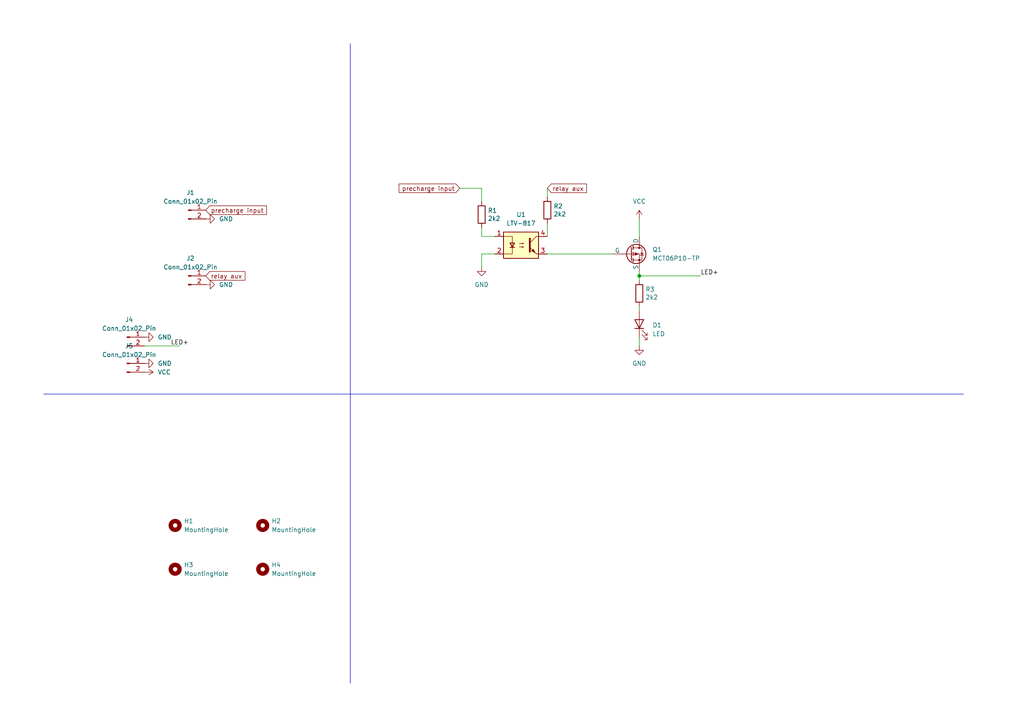
<source format=kicad_sch>
(kicad_sch (version 20231120) (generator "eeschema") (generator_version "8.0")
  (paper "A4")
  (lib_symbols
    (symbol "Connector:Conn_01x02_Pin" (pin_names (offset 1.016) hide)
      (property "Reference" "J" (at 0 2.54 0))
      (property "Value" "Conn_01x02_Pin" (at 0 -5.08 0))
      (symbol "Conn_01x02_Pin_1_1"
        (polyline (pts (xy 1.27 -2.54) (xy 0.8636 -2.54)) (stroke (width 0.1524)))
        (polyline (pts (xy 1.27 0) (xy 0.8636 0)) (stroke (width 0.1524)))
        (rectangle (start 0.8636 -2.413) (end 0 -2.667) (stroke (width 0.1524)) (fill (type outline)))
        (rectangle (start 0.8636 0.127) (end 0 -0.127) (stroke (width 0.1524)) (fill (type outline)))
        (pin passive line (at 5.08 0 180) (length 3.81) (name "Pin_1") (number "1"))
        (pin passive line (at 5.08 -2.54 180) (length 3.81) (name "Pin_2") (number "2"))
      )
    )
    (symbol "Device:LED" (pin_numbers hide) (pin_names (offset 1.016) hide)
      (property "Reference" "D" (at 0 2.54 0))
      (property "Value" "LED" (at 0 -2.54 0))
      (symbol "LED_0_1"
        (polyline (pts (xy -1.27 -1.27) (xy -1.27 1.27)) (stroke (width 0.254)))
        (polyline (pts (xy -1.27 0) (xy 1.27 0)))
        (polyline (pts (xy 1.27 -1.27) (xy 1.27 1.27) (xy -1.27 0) (xy 1.27 -1.27)) (stroke (width 0.254)))
        (polyline (pts (xy -3.048 -0.762) (xy -4.572 -2.286) (xy -3.81 -2.286) (xy -4.572 -2.286) (xy -4.572 -1.524)))
        (polyline (pts (xy -1.778 -0.762) (xy -3.302 -2.286) (xy -2.54 -2.286) (xy -3.302 -2.286) (xy -3.302 -1.524)))
      )
      (symbol "LED_1_1"
        (pin passive line (at -3.81 0 0) (length 2.54) (name "K") (number "1"))
        (pin passive line (at 3.81 0 180) (length 2.54) (name "A") (number "2"))
      )
    )
    (symbol "Device:R" (pin_numbers hide) (pin_names (offset 0))
      (property "Reference" "R" (at 2.032 0 90))
      (property "Value" "R" (at 0 0 90))
      (symbol "R_0_1"
        (rectangle (start -1.016 -2.54) (end 1.016 2.54) (stroke (width 0.254)))
      )
      (symbol "R_1_1"
        (pin passive line (at 0 3.81 270) (length 1.27) (name "~") (number "1"))
        (pin passive line (at 0 -3.81 90) (length 1.27) (name "~") (number "2"))
      )
    )
    (symbol "Isolator:LTV-817" (pin_names (offset 1.016))
      (property "Reference" "U" (at -5.08 5.08 0))
      (property "Value" "LTV-817" (at 0 5.08 0))
      (symbol "LTV-817_0_1"
        (rectangle (start -5.08 3.81) (end 5.08 -3.81) (stroke (width 0.254)) (fill (type background)))
        (polyline (pts (xy -3.175 -0.635) (xy -1.905 -0.635)) (stroke (width 0.254)))
        (polyline (pts (xy 2.54 0.635) (xy 4.445 2.54)))
        (polyline (pts (xy 4.445 -2.54) (xy 2.54 -0.635)) (fill (type outline)))
        (polyline (pts (xy 4.445 -2.54) (xy 5.08 -2.54)))
        (polyline (pts (xy 4.445 2.54) (xy 5.08 2.54)))
        (polyline (pts (xy -5.08 2.54) (xy -2.54 2.54) (xy -2.54 -0.762)))
        (polyline (pts (xy -2.54 -0.635) (xy -2.54 -2.54) (xy -5.08 -2.54)))
        (polyline (pts (xy 2.54 1.905) (xy 2.54 -1.905) (xy 2.54 -1.905)) (stroke (width 0.508)))
        (polyline (pts (xy -2.54 -0.635) (xy -3.175 0.635) (xy -1.905 0.635) (xy -2.54 -0.635)) (stroke (width 0.254)))
        (polyline (pts (xy -0.508 -0.508) (xy 0.762 -0.508) (xy 0.381 -0.635) (xy 0.381 -0.381) (xy 0.762 -0.508)))
        (polyline (pts (xy -0.508 0.508) (xy 0.762 0.508) (xy 0.381 0.381) (xy 0.381 0.635) (xy 0.762 0.508)))
        (polyline (pts (xy 3.048 -1.651) (xy 3.556 -1.143) (xy 4.064 -2.159) (xy 3.048 -1.651) (xy 3.048 -1.651)) (fill (type outline)))
      )
      (symbol "LTV-817_1_1"
        (pin passive line (at -7.62 2.54 0) (length 2.54) (name "~") (number "1"))
        (pin passive line (at -7.62 -2.54 0) (length 2.54) (name "~") (number "2"))
        (pin passive line (at 7.62 -2.54 180) (length 2.54) (name "~") (number "3"))
        (pin passive line (at 7.62 2.54 180) (length 2.54) (name "~") (number "4"))
      )
    )
    (symbol "Mechanical:MountingHole" (pin_names (offset 1.016)) (exclude_from_sim yes) (in_bom no)
      (property "Reference" "H" (at 0 5.08 0))
      (property "Value" "MountingHole" (at 0 3.175 0))
      (symbol "MountingHole_0_1"
        (circle (center 0 0) (radius 1.27) (stroke (width 1.27)))
      )
    )
    (symbol "Simulation_SPICE:PMOS" (pin_numbers hide) (pin_names (offset 0))
      (property "Reference" "Q" (at 5.08 1.27 0))
      (property "Value" "PMOS" (at 5.08 -1.27 0))
      (symbol "PMOS_0_1"
        (polyline (pts (xy 0.254 0) (xy -2.54 0)))
        (polyline (pts (xy 0.254 1.905) (xy 0.254 -1.905)) (stroke (width 0.254)))
        (polyline (pts (xy 0.762 -1.27) (xy 0.762 -2.286)) (stroke (width 0.254)))
        (polyline (pts (xy 0.762 0.508) (xy 0.762 -0.508)) (stroke (width 0.254)))
        (polyline (pts (xy 0.762 2.286) (xy 0.762 1.27)) (stroke (width 0.254)))
        (polyline (pts (xy 2.54 2.54) (xy 2.54 1.778)))
        (polyline (pts (xy 2.54 -2.54) (xy 2.54 0) (xy 0.762 0)))
        (polyline (pts (xy 0.762 1.778) (xy 3.302 1.778) (xy 3.302 -1.778) (xy 0.762 -1.778)))
        (polyline (pts (xy 2.286 0) (xy 1.27 0.381) (xy 1.27 -0.381) (xy 2.286 0)) (fill (type outline)))
        (polyline (pts (xy 2.794 -0.508) (xy 2.921 -0.381) (xy 3.683 -0.381) (xy 3.81 -0.254)))
        (polyline (pts (xy 3.302 -0.381) (xy 2.921 0.254) (xy 3.683 0.254) (xy 3.302 -0.381)))
        (circle (center 1.651 0) (radius 2.794) (stroke (width 0.254)))
        (circle (center 2.54 -1.778) (radius 0.254) (fill (type outline)))
        (circle (center 2.54 1.778) (radius 0.254) (fill (type outline)))
      )
      (symbol "PMOS_1_1"
        (pin passive line (at 2.54 5.08 270) (length 2.54) (name "D") (number "1"))
        (pin input line (at -5.08 0 0) (length 2.54) (name "G") (number "2"))
        (pin passive line (at 2.54 -5.08 90) (length 2.54) (name "S") (number "3"))
      )
    )
    (symbol "power:GND" (power) (pin_numbers hide) (pin_names (offset 0) hide)
      (property "Value" "GND" (at 0 -3.81 0))
      (symbol "GND_0_1"
        (polyline (pts (xy 0 0) (xy 0 -1.27) (xy 1.27 -1.27) (xy 0 -2.54) (xy -1.27 -1.27) (xy 0 -1.27)))
      )
      (symbol "GND_1_1"
        (pin power_in line (at 0 0 270) (length 0) (name "~") (number "1"))
      )
    )
    (symbol "power:VCC" (power) (pin_numbers hide) (pin_names (offset 0) hide)
      (property "Value" "VCC" (at 0 3.556 0))
      (symbol "VCC_0_1"
        (polyline (pts (xy -0.762 1.27) (xy 0 2.54)))
        (polyline (pts (xy 0 0) (xy 0 2.54)))
        (polyline (pts (xy 0 2.54) (xy 0.762 1.27)))
      )
      (symbol "VCC_1_1"
        (pin power_in line (at 0 0 90) (length 0) (name "~") (number "1"))
      )
    )
  )
  (junction (at 185.42 80.01))
  (wire (pts (xy 41.91 100.33) (xy 52.07 100.33)))
  (wire (pts (xy 185.42 81.28) (xy 185.42 80.01)))
  (wire (pts (xy 139.7 77.47) (xy 139.7 73.66)))
  (polyline (pts (xy 12.7 114.3) (xy 279.4 114.3)))
  (wire (pts (xy 185.42 80.01) (xy 185.42 78.74)))
  (polyline (pts (xy 101.6 12.7) (xy 101.6 198.12)))
  (wire (pts (xy 158.75 54.61) (xy 158.75 57.15)))
  (wire (pts (xy 185.42 90.17) (xy 185.42 88.9)))
  (wire (pts (xy 139.7 73.66) (xy 143.51 73.66)))
  (wire (pts (xy 158.75 64.77) (xy 158.75 68.58)))
  (wire (pts (xy 133.35 54.61) (xy 139.7 54.61)))
  (wire (pts (xy 185.42 80.01) (xy 203.2 80.01)))
  (wire (pts (xy 185.42 100.33) (xy 185.42 97.79)))
  (wire (pts (xy 139.7 54.61) (xy 139.7 58.42)))
  (wire (pts (xy 139.7 68.58) (xy 143.51 68.58)))
  (wire (pts (xy 139.7 66.04) (xy 139.7 68.58)))
  (wire (pts (xy 185.42 63.5) (xy 185.42 68.58)))
  (wire (pts (xy 177.8 73.66) (xy 158.75 73.66)))
  (label "LED+" (at 203.2 80.01 0))
  (label "LED+" (at 49.53 100.33 0))
  (global_label "relay aux" (shape input) (at 59.69 80.01 0) (property "Intersheetrefs" "${INTERSHEET_REFS}" (effects (hide yes))))
  (global_label "relay aux" (shape input) (at 158.75 54.61 0) (property "Intersheetrefs" "${INTERSHEET_REFS}" (effects (hide yes))))
  (global_label "precharge input" (shape input) (at 59.69 60.96 0) (property "Intersheetrefs" "${INTERSHEET_REFS}" (effects (hide yes))))
  (global_label "precharge input" (shape input) (at 133.35 54.61 180) (property "Intersheetrefs" "${INTERSHEET_REFS}" (effects (hide yes))))
  (symbol (lib_id "Mechanical:MountingHole") (at 50.8 165.1 0) (unit 1) (exclude_from_sim yes) (in_bom no)
    (property "Reference" "H3" (at 53.34 163.8299 0) (effects (justify left)))
    (property "Value" "MountingHole" (at 53.34 166.3699 0) (effects (justify left)))
    (property "Footprint" "MountingHole:MountingHole_3.2mm_M3" (effects (hide yes)))
    (property "Description" "Mounting Hole without connection" (effects (hide yes)))
  )
  (symbol (lib_id "Simulation_SPICE:PMOS") (at 182.88 73.66 0) (unit 1)
    (property "Reference" "Q1" (at 189.23 72.3899 0) (effects (justify left)))
    (property "Value" "MCT06P10-TP" (at 189.23 74.9299 0) (effects (justify left)))
    (property "Footprint" "Package_TO_SOT_SMD:SOT-223-3_TabPin2" (effects (hide yes)))
    (property "Datasheet" "https://ngspice.sourceforge.io/docs/ngspice-html-manual/manual.xhtml#cha_MOSFETs" (effects (hide yes)))
    (property "Description" "P-MOSFET transistor, drain/source/gate" (effects (hide yes)))
    (property "Sim.Device" "PMOS" (effects (hide yes)))
    (property "Sim.Type" "VDMOS" (effects (hide yes)))
    (property "Sim.Pins" "1=D 2=G 3=S" (effects (hide yes)))
  )
  (symbol (lib_id "power:GND") (at 41.91 105.41 90) (unit 1)
    (property "Reference" "#PWR06" (effects (hide yes)))
    (property "Value" "GND" (at 45.72 105.4099 90) (effects (justify right)))
    (property "Description" "Power symbol creates a global label with name \"GND\" , ground" (effects (hide yes)))
  )
  (symbol (lib_id "power:GND") (at 139.7 77.47 0) (unit 1)
    (property "Reference" "#PWR03" (effects (hide yes)))
    (property "Value" "GND" (at 139.7 82.55 0))
    (property "Description" "Power symbol creates a global label with name \"GND\" , ground" (effects (hide yes)))
  )
  (symbol (lib_id "Device:R") (at 139.7 62.23 0) (unit 1)
    (property "Reference" "R1" (at 141.478 61.0616 0) (effects (justify left)))
    (property "Value" "2k2" (at 141.478 63.373 0) (effects (justify left)))
    (property "Footprint" "Resistor_SMD:R_0805_2012Metric_Pad1.20x1.40mm_HandSolder" (effects (hide yes)))
  )
  (symbol (lib_id "Connector:Conn_01x02_Pin") (at 54.61 80.01 0) (unit 1)
    (property "Reference" "J2" (at 55.245 74.93 0))
    (property "Value" "Conn_01x02_Pin" (at 55.245 77.47 0))
    (property "Footprint" "Connector_JST:JST_VH_B2P-VH_1x02_P3.96mm_Vertical" (effects (hide yes)))
    (property "Description" "Generic connector, single row, 01x02, script generated" (effects (hide yes)))
  )
  (symbol (lib_id "Mechanical:MountingHole") (at 76.2 165.1 0) (unit 1) (exclude_from_sim yes) (in_bom no)
    (property "Reference" "H4" (at 78.74 163.8299 0) (effects (justify left)))
    (property "Value" "MountingHole" (at 78.74 166.3699 0) (effects (justify left)))
    (property "Footprint" "MountingHole:MountingHole_3.2mm_M3" (effects (hide yes)))
    (property "Description" "Mounting Hole without connection" (effects (hide yes)))
  )
  (symbol (lib_id "power:GND") (at 185.42 100.33 0) (unit 1)
    (property "Reference" "#PWR05" (effects (hide yes)))
    (property "Value" "GND" (at 185.42 105.41 0))
    (property "Description" "Power symbol creates a global label with name \"GND\" , ground" (effects (hide yes)))
  )
  (symbol (lib_id "Isolator:LTV-817") (at 151.13 71.12 0) (unit 1)
    (property "Reference" "U1" (at 151.13 62.23 0))
    (property "Value" "LTV-817" (at 151.13 64.77 0))
    (property "Footprint" "Package_DIP:DIP-4_W7.62mm" (effects (hide yes)))
    (property "Datasheet" "http://www.us.liteon.com/downloads/LTV-817-827-847.PDF" (effects (hide yes)))
    (property "Description" "DC Optocoupler, Vce 35V, CTR 50%, DIP-4" (effects (hide yes)))
  )
  (symbol (lib_id "Device:LED") (at 185.42 93.98 90) (unit 1)
    (property "Reference" "D1" (at 189.23 94.2974 90) (effects (justify right)))
    (property "Value" "LED" (at 189.23 96.8374 90) (effects (justify right)))
    (property "Footprint" "LED_SMD:LED_0805_2012Metric_Pad1.15x1.40mm_HandSolder" (effects (hide yes)))
    (property "Description" "Light emitting diode" (effects (hide yes)))
  )
  (symbol (lib_id "Connector:Conn_01x02_Pin") (at 36.83 105.41 0) (unit 1)
    (property "Reference" "J5" (at 37.465 100.33 0))
    (property "Value" "Conn_01x02_Pin" (at 37.465 102.87 0))
    (property "Footprint" "Connector_JST:JST_VH_B2P-VH_1x02_P3.96mm_Vertical" (effects (hide yes)))
    (property "Description" "Generic connector, single row, 01x02, script generated" (effects (hide yes)))
  )
  (symbol (lib_id "power:GND") (at 59.69 82.55 90) (unit 1)
    (property "Reference" "#PWR01" (effects (hide yes)))
    (property "Value" "GND" (at 63.5 82.5499 90) (effects (justify right)))
    (property "Description" "Power symbol creates a global label with name \"GND\" , ground" (effects (hide yes)))
  )
  (symbol (lib_id "power:VCC") (at 185.42 63.5 0) (unit 1)
    (property "Reference" "#PWR04" (effects (hide yes)))
    (property "Value" "VCC" (at 185.42 58.42 0))
    (property "Description" "Power symbol creates a global label with name \"VCC\"" (effects (hide yes)))
  )
  (symbol (lib_id "Mechanical:MountingHole") (at 50.8 152.4 0) (unit 1) (exclude_from_sim yes) (in_bom no)
    (property "Reference" "H1" (at 53.34 151.1299 0) (effects (justify left)))
    (property "Value" "MountingHole" (at 53.34 153.6699 0) (effects (justify left)))
    (property "Footprint" "MountingHole:MountingHole_3.2mm_M3" (effects (hide yes)))
    (property "Description" "Mounting Hole without connection" (effects (hide yes)))
  )
  (symbol (lib_id "Device:R") (at 185.42 85.09 0) (unit 1)
    (property "Reference" "R3" (at 187.198 83.9216 0) (effects (justify left)))
    (property "Value" "2k2" (at 187.198 86.233 0) (effects (justify left)))
    (property "Footprint" "Resistor_SMD:R_0805_2012Metric_Pad1.20x1.40mm_HandSolder" (effects (hide yes)))
  )
  (symbol (lib_id "Connector:Conn_01x02_Pin") (at 36.83 97.79 0) (unit 1)
    (property "Reference" "J4" (at 37.465 92.71 0))
    (property "Value" "Conn_01x02_Pin" (at 37.465 95.25 0))
    (property "Footprint" "Connector_JST:JST_VH_B2P-VH_1x02_P3.96mm_Vertical" (effects (hide yes)))
    (property "Description" "Generic connector, single row, 01x02, script generated" (effects (hide yes)))
  )
  (symbol (lib_id "Mechanical:MountingHole") (at 76.2 152.4 0) (unit 1) (exclude_from_sim yes) (in_bom no)
    (property "Reference" "H2" (at 78.74 151.1299 0) (effects (justify left)))
    (property "Value" "MountingHole" (at 78.74 153.6699 0) (effects (justify left)))
    (property "Footprint" "MountingHole:MountingHole_3.2mm_M3" (effects (hide yes)))
    (property "Description" "Mounting Hole without connection" (effects (hide yes)))
  )
  (symbol (lib_id "power:GND") (at 59.69 63.5 90) (unit 1)
    (property "Reference" "#PWR02" (effects (hide yes)))
    (property "Value" "GND" (at 63.5 63.4999 90) (effects (justify right)))
    (property "Description" "Power symbol creates a global label with name \"GND\" , ground" (effects (hide yes)))
  )
  (symbol (lib_id "Device:R") (at 158.75 60.96 0) (unit 1)
    (property "Reference" "R2" (at 160.528 59.7916 0) (effects (justify left)))
    (property "Value" "2k2" (at 160.528 62.103 0) (effects (justify left)))
    (property "Footprint" "Resistor_SMD:R_0805_2012Metric_Pad1.20x1.40mm_HandSolder" (effects (hide yes)))
  )
  (symbol (lib_id "power:GND") (at 41.91 97.79 90) (unit 1)
    (property "Reference" "#PWR08" (effects (hide yes)))
    (property "Value" "GND" (at 45.72 97.7899 90) (effects (justify right)))
    (property "Description" "Power symbol creates a global label with name \"GND\" , ground" (effects (hide yes)))
  )
  (symbol (lib_id "Connector:Conn_01x02_Pin") (at 54.61 60.96 0) (unit 1)
    (property "Reference" "J1" (at 55.245 55.88 0))
    (property "Value" "Conn_01x02_Pin" (at 55.245 58.42 0))
    (property "Footprint" "Connector_JST:JST_VH_B2P-VH_1x02_P3.96mm_Vertical" (effects (hide yes)))
    (property "Description" "Generic connector, single row, 01x02, script generated" (effects (hide yes)))
  )
  (symbol (lib_id "power:VCC") (at 41.91 107.95 270) (unit 1)
    (property "Reference" "#PWR07" (effects (hide yes)))
    (property "Value" "VCC" (at 45.72 107.9499 90) (effects (justify left)))
    (property "Description" "Power symbol creates a global label with name \"VCC\"" (effects (hide yes)))
  )
)
</source>
